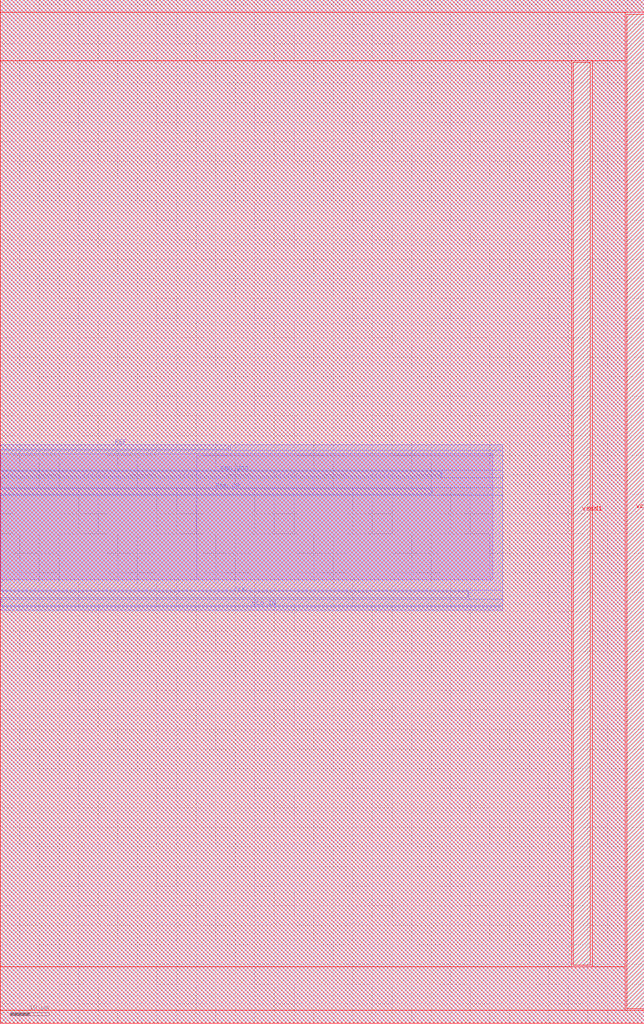
<source format=lef>
VERSION 5.7 ;
  NOWIREEXTENSIONATPIN ON ;
  DIVIDERCHAR "/" ;
  BUSBITCHARS "[]" ;
MACRO avsdpll
  CLASS BLOCK ;
  FOREIGN avsdpll ;
  ORIGIN 0.000 0.000 ;
  SIZE 164.380 BY 261.220 ;
  PIN REF
    PORT
      LAYER met2 ;
        RECT 0.010 146.480 58.375 147.670 ;
    END
  END REF
  PIN ENb_VCO
    PORT
      LAYER met2 ;
        RECT 0.010 139.580 112.380 140.920 ;
    END
  END ENb_VCO
  PIN ENb_CP
    PORT
      LAYER met2 ;
        RECT 0.010 135.030 110.000 136.440 ;
    END
  END ENb_CP
  PIN VCO_IN
    PORT
      LAYER met2 ;
        RECT 0.010 105.420 128.280 106.320 ;
    END
  END VCO_IN
  PIN CLK
    PORT
      LAYER met2 ;
        RECT 0.010 108.550 119.280 110.220 ;
    END
  END CLK
  PIN vccd1
    DIRECTION INOUT ;
    USE POWER ;
    PORT
      LAYER met4 ;
        RECT 159.950 3.655 164.380 257.605 ;
    END
  END vccd1
  PIN vssd1
    DIRECTION INOUT ;
    USE GROUND ;
    PORT
      LAYER met4 ;
        RECT 146.220 14.855 150.650 245.265 ;
    END
  END vssd1
  OBS
      LAYER li1 ;
        RECT 50.130 113.170 125.650 144.880 ;
      LAYER met1 ;
        RECT 0.010 113.170 125.720 145.400 ;
      LAYER met2 ;
        RECT 58.655 146.200 128.280 147.690 ;
        RECT 0.070 141.200 128.280 146.200 ;
        RECT 112.660 139.300 128.280 141.200 ;
        RECT 0.070 136.720 128.280 139.300 ;
        RECT 110.280 134.750 128.280 136.720 ;
        RECT 0.070 110.500 128.280 134.750 ;
        RECT 119.560 108.270 128.280 110.500 ;
        RECT 0.070 106.600 128.280 108.270 ;
      LAYER met3 ;
        RECT 0.000 0.000 164.380 261.220 ;
      LAYER met4 ;
        RECT 0.010 258.005 164.380 261.220 ;
        RECT 0.010 245.665 159.550 258.005 ;
        RECT 0.010 14.455 145.820 245.665 ;
        RECT 151.050 14.455 159.550 245.665 ;
        RECT 0.010 3.255 159.550 14.455 ;
        RECT 0.010 0.000 164.380 3.255 ;
  END
END avsdpll
END LIBRARY


</source>
